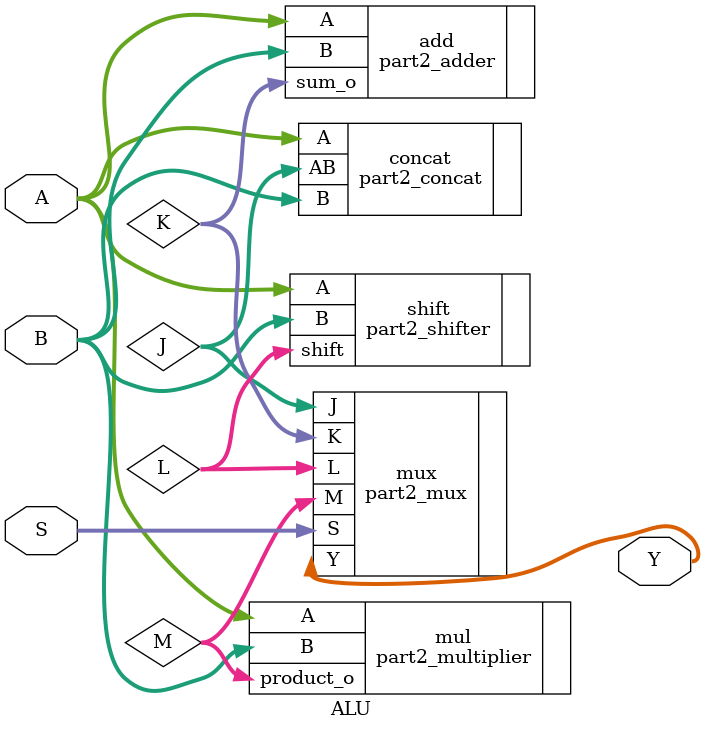
<source format=v>
`timescale 1ns / 1ps


module ALU(
input [3:0] A,B,
input [1:0] S,
output [7:0] Y
    );
    wire [7:0]J,K,L,M;
    part2_concat concat(.A(A),.B(B),.AB(J));
    part2_adder add(.A(A),.B(B),.sum_o(K));
    part2_shifter shift(.A(A),.B(B),.shift(L));
    part2_multiplier  mul(.A(A),.B(B),.product_o(M));
    part2_mux mux(.J(J),.K(K),.L(L),.M(M),.S(S),.Y(Y));
   
endmodule

</source>
